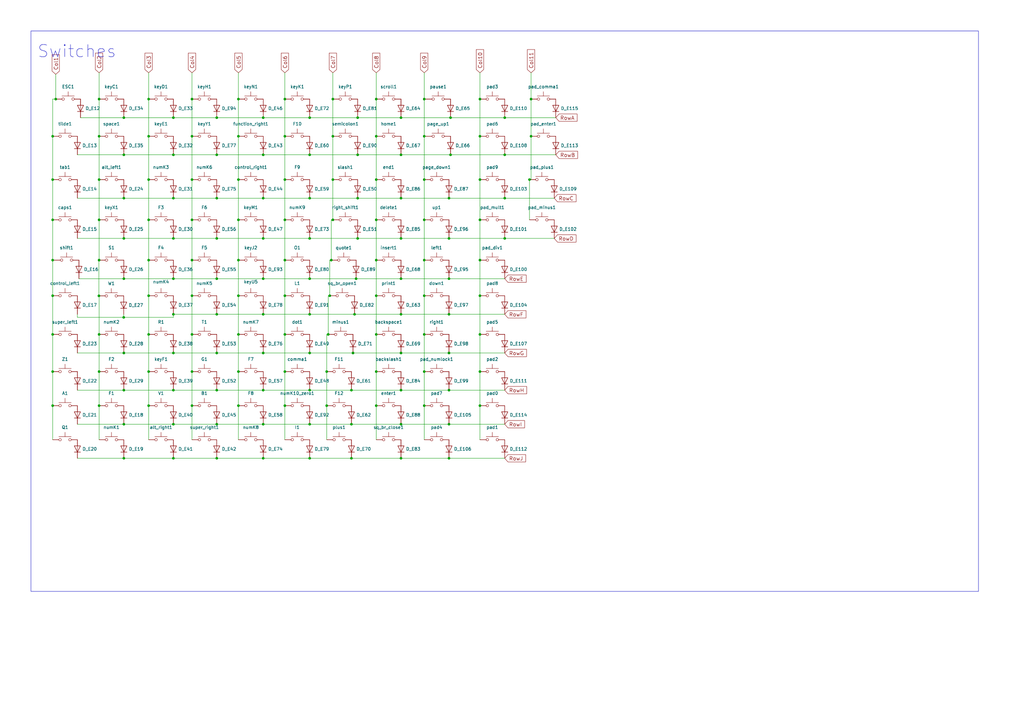
<source format=kicad_sch>
(kicad_sch (version 20230121) (generator eeschema)
  (paper "A3")
  (junction (at 107.95 81.28))
  (junction (at 184.15 128.905))
  (junction (at 50.7304 130.175))
  (junction (at 88.9 114.3))
  (junction (at 173.99 152.4))
  (junction (at 71.12 97.79))
  (junction (at 88.9 97.79))
  (junction (at 21.59 106.68))
  (junction (at 88.9 63.5))
  (junction (at 107.95 160.02))
  (junction (at 40.64 166.37))
  (junction (at 144.145 160.02))
  (junction (at 144.145 173.99))
  (junction (at 78.74 40.64))
  (junction (at 71.12 81.28))
  (junction (at 133.985 166.37))
  (junction (at 97.79 90.17))
  (junction (at 217.805 55.88))
  (junction (at 116.84 40.64))
  (junction (at 184.15 173.99))
  (junction (at 164.465 97.79))
  (junction (at 116.84 90.17))
  (junction (at 196.85 40.64))
  (junction (at 50.8 48.26))
  (junction (at 40.64 55.88))
  (junction (at 196.85 73.66))
  (junction (at 107.95 114.3))
  (junction (at 60.96 73.66))
  (junction (at 21.59 166.37))
  (junction (at 154.305 106.68))
  (junction (at 184.15 187.96))
  (junction (at 107.95 48.26))
  (junction (at 146.685 63.5))
  (junction (at 71.12 63.5))
  (junction (at 173.99 55.88))
  (junction (at 173.99 73.66))
  (junction (at 78.74 55.88))
  (junction (at 88.9 48.26))
  (junction (at 60.96 55.88))
  (junction (at 184.785 48.26))
  (junction (at 107.95 97.79))
  (junction (at 196.85 90.17))
  (junction (at 127 48.26))
  (junction (at 97.79 121.285))
  (junction (at 154.305 40.64))
  (junction (at 173.99 40.64))
  (junction (at 40.64 73.66))
  (junction (at 134.62 137.16))
  (junction (at 107.95 144.78))
  (junction (at 21.59 73.66))
  (junction (at 184.15 97.79))
  (junction (at 217.17 73.66))
  (junction (at 40.64 137.16))
  (junction (at 154.305 137.16))
  (junction (at 88.9 187.96))
  (junction (at 116.84 137.16))
  (junction (at 136.525 90.17))
  (junction (at 154.305 55.88))
  (junction (at 60.96 106.68))
  (junction (at 146.685 81.28))
  (junction (at 184.15 144.78))
  (junction (at 164.465 63.5))
  (junction (at 40.64 40.64))
  (junction (at 88.9 173.99))
  (junction (at 97.79 73.66))
  (junction (at 135.89 106.68))
  (junction (at 173.99 121.285))
  (junction (at 207.01 81.28))
  (junction (at 60.96 121.285))
  (junction (at 50.8 81.28))
  (junction (at 60.96 137.16))
  (junction (at 173.99 90.17))
  (junction (at 154.305 166.37))
  (junction (at 78.74 137.16))
  (junction (at 144.78 144.78))
  (junction (at 136.525 40.64))
  (junction (at 154.305 121.285))
  (junction (at 127 97.79))
  (junction (at 207.01 97.79))
  (junction (at 71.12 160.02))
  (junction (at 164.465 114.3))
  (junction (at 50.8 144.78))
  (junction (at 164.465 128.905))
  (junction (at 164.465 160.02))
  (junction (at 78.74 73.66))
  (junction (at 217.805 40.64))
  (junction (at 78.74 106.68))
  (junction (at 97.79 55.88))
  (junction (at 184.15 160.02))
  (junction (at 116.84 166.37))
  (junction (at 196.85 55.88))
  (junction (at 21.59 121.285))
  (junction (at 78.74 166.37))
  (junction (at 21.59 152.4))
  (junction (at 127 63.5))
  (junction (at 71.12 144.78))
  (junction (at 97.79 137.16))
  (junction (at 127 81.28))
  (junction (at 40.5704 121.3352))
  (junction (at 116.84 121.285))
  (junction (at 22.86 40.64))
  (junction (at 136.525 55.88))
  (junction (at 60.96 90.17))
  (junction (at 50.8 173.99))
  (junction (at 50.8 97.79))
  (junction (at 164.465 187.96))
  (junction (at 40.64 152.4))
  (junction (at 78.74 152.4))
  (junction (at 173.99 137.16))
  (junction (at 60.96 166.37))
  (junction (at 135.255 121.285))
  (junction (at 88.9 81.28))
  (junction (at 196.85 121.285))
  (junction (at 207.01 63.5))
  (junction (at 127 187.96))
  (junction (at 184.15 81.28))
  (junction (at 127 114.3))
  (junction (at 21.59 55.88))
  (junction (at 173.99 106.68))
  (junction (at 107.95 63.5))
  (junction (at 184.785 63.5))
  (junction (at 145.415 128.905))
  (junction (at 116.84 55.88))
  (junction (at 154.305 73.66))
  (junction (at 60.96 40.64))
  (junction (at 97.79 106.68))
  (junction (at 40.64 106.68))
  (junction (at 97.79 40.64))
  (junction (at 71.12 173.99))
  (junction (at 21.59 90.17))
  (junction (at 164.465 81.28))
  (junction (at 164.465 144.78))
  (junction (at 133.985 152.4))
  (junction (at 50.8 63.5))
  (junction (at 88.9 144.78))
  (junction (at 146.685 48.26))
  (junction (at 50.8 187.96))
  (junction (at 146.05 114.3))
  (junction (at 71.12 128.905))
  (junction (at 196.85 152.4))
  (junction (at 78.74 90.17))
  (junction (at 21.59 137.16))
  (junction (at 116.84 106.68))
  (junction (at 144.145 187.96))
  (junction (at 127 160.02))
  (junction (at 97.79 152.4))
  (junction (at 127 144.78))
  (junction (at 164.465 48.26))
  (junction (at 196.85 166.37))
  (junction (at 207.01 48.26))
  (junction (at 196.85 106.68))
  (junction (at 136.525 73.66))
  (junction (at 40.64 90.17))
  (junction (at 146.685 97.79))
  (junction (at 107.95 173.99))
  (junction (at 50.8 114.3))
  (junction (at 127 128.905))
  (junction (at 107.95 187.96))
  (junction (at 88.9 160.02))
  (junction (at 71.12 114.3))
  (junction (at 127 173.99))
  (junction (at 78.74 121.285))
  (junction (at 71.12 48.26))
  (junction (at 60.96 152.4))
  (junction (at 88.9 128.905))
  (junction (at 164.465 173.99))
  (junction (at 97.79 166.37))
  (junction (at 173.99 166.37))
  (junction (at 154.305 90.17))
  (junction (at 116.84 152.4))
  (junction (at 71.12 187.96))
  (junction (at 184.15 114.3))
  (junction (at 107.95 128.905))
  (junction (at 154.305 152.4))
  (junction (at 50.8 160.02))
  (junction (at 196.85 137.16))
  (junction (at 116.84 73.66))
  (wire (pts (xy 40.64 166.37) (xy 40.64 180.34)))
  (wire (pts (xy 60.96 152.4) (xy 60.96 166.37)))
  (wire (pts (xy 21.59 106.68) (xy 21.59 121.285)))
  (wire (pts (xy 50.8 48.26) (xy 71.12 48.26)))
  (wire (pts (xy 78.74 90.17) (xy 78.74 106.68)))
  (wire (pts (xy 40.64 55.88) (xy 40.64 73.66)))
  (wire (pts (xy 22.86 30.48) (xy 22.86 40.64)))
  (wire (pts (xy 21.59 137.16) (xy 21.59 152.4)))
  (wire (pts (xy 145.415 128.905) (xy 164.465 128.905)))
  (wire (pts (xy 154.305 29.845) (xy 154.305 40.64)))
  (wire (pts (xy 146.685 97.79) (xy 164.465 97.79)))
  (wire (pts (xy 116.84 137.16) (xy 116.84 152.4)))
  (wire (pts (xy 71.12 63.5) (xy 88.9 63.5)))
  (wire (pts (xy 40.64 137.16) (xy 40.64 152.4)))
  (wire (pts (xy 116.84 166.37) (xy 116.84 180.34)))
  (wire (pts (xy 196.85 73.66) (xy 196.85 90.17)))
  (wire (pts (xy 116.84 106.68) (xy 116.84 121.285)))
  (wire (pts (xy 78.74 73.66) (xy 78.74 90.17)))
  (wire (pts (xy 173.99 106.68) (xy 173.99 90.17)))
  (wire (pts (xy 217.805 55.88) (xy 217.805 73.66)))
  (wire (pts (xy 60.96 137.16) (xy 60.96 152.4)))
  (wire (pts (xy 40.5704 106.68) (xy 40.64 106.68)))
  (wire (pts (xy 97.79 55.88) (xy 97.79 73.66)))
  (wire (pts (xy 173.99 152.4) (xy 173.99 137.16)))
  (wire (pts (xy 184.15 97.79) (xy 207.01 97.79)))
  (wire (pts (xy 21.59 152.4) (xy 21.59 166.37)))
  (wire (pts (xy 196.85 55.88) (xy 196.85 73.66)))
  (wire (pts (xy 88.9 160.02) (xy 107.95 160.02)))
  (wire (pts (xy 196.85 152.4) (xy 196.85 166.37)))
  (wire (pts (xy 164.465 144.78) (xy 184.15 144.78)))
  (wire (pts (xy 146.685 63.5) (xy 164.465 63.5)))
  (wire (pts (xy 184.15 160.02) (xy 207.01 160.02)))
  (wire (pts (xy 71.12 128.905) (xy 88.9 128.905)))
  (wire (pts (xy 135.89 90.17) (xy 136.525 90.17)))
  (wire (pts (xy 71.12 81.28) (xy 88.9 81.28)))
  (wire (pts (xy 71.12 173.99) (xy 88.9 173.99)))
  (wire (pts (xy 97.79 137.16) (xy 97.79 152.4)))
  (wire (pts (xy 21.59 73.66) (xy 21.59 90.17)))
  (wire (pts (xy 173.99 137.16) (xy 173.99 121.285)))
  (wire (pts (xy 127 160.02) (xy 144.145 160.02)))
  (wire (pts (xy 40.64 152.4) (xy 40.64 166.37)))
  (wire (pts (xy 154.305 106.68) (xy 154.305 121.285)))
  (wire (pts (xy 116.84 73.66) (xy 116.84 90.17)))
  (wire (pts (xy 60.96 73.66) (xy 60.96 90.17)))
  (wire (pts (xy 88.9 63.5) (xy 107.95 63.5)))
  (wire (pts (xy 217.17 73.66) (xy 217.17 90.17)))
  (wire (pts (xy 196.85 29.845) (xy 196.85 40.64)))
  (wire (pts (xy 136.525 55.88) (xy 136.525 73.66)))
  (wire (pts (xy 71.12 187.96) (xy 88.9 187.96)))
  (wire (pts (xy 173.99 40.64) (xy 174.625 40.64)))
  (wire (pts (xy 50.7304 128.9751) (xy 50.7304 130.175)))
  (wire (pts (xy 97.79 121.285) (xy 97.79 137.16)))
  (wire (pts (xy 97.79 73.66) (xy 97.79 90.17)))
  (wire (pts (xy 32.385 114.3) (xy 50.8 114.3)))
  (wire (pts (xy 31.75 63.5) (xy 50.8 63.5)))
  (wire (pts (xy 127 128.905) (xy 145.415 128.905)))
  (wire (pts (xy 164.465 81.28) (xy 184.15 81.28)))
  (wire (pts (xy 136.525 40.64) (xy 136.525 55.88)))
  (wire (pts (xy 60.96 55.88) (xy 60.96 73.66)))
  (wire (pts (xy 71.12 48.26) (xy 88.9 48.26)))
  (wire (pts (xy 107.95 128.905) (xy 127 128.905)))
  (wire (pts (xy 217.805 29.845) (xy 217.805 40.64)))
  (wire (pts (xy 50.8 144.78) (xy 71.12 144.78)))
  (wire (pts (xy 154.305 55.88) (xy 154.305 73.66)))
  (wire (pts (xy 135.255 106.68) (xy 135.89 106.68)))
  (wire (pts (xy 60.96 29.845) (xy 60.96 40.64)))
  (wire (pts (xy 144.78 144.78) (xy 164.465 144.78)))
  (wire (pts (xy 21.59 90.17) (xy 21.59 106.68)))
  (wire (pts (xy 71.12 144.78) (xy 88.9 144.78)))
  (wire (pts (xy 173.99 29.845) (xy 173.99 40.64)))
  (wire (pts (xy 133.985 137.16) (xy 134.62 137.16)))
  (wire (pts (xy 40.64 40.64) (xy 40.64 55.88)))
  (wire (pts (xy 116.84 121.285) (xy 116.84 137.16)))
  (wire (pts (xy 50.8 160.02) (xy 71.12 160.02)))
  (wire (pts (xy 97.79 29.845) (xy 97.79 40.64)))
  (wire (pts (xy 154.305 166.37) (xy 154.305 180.34)))
  (wire (pts (xy 133.985 152.4) (xy 133.985 166.37)))
  (wire (pts (xy 146.685 48.26) (xy 164.465 48.26)))
  (wire (pts (xy 31.75 130.175) (xy 31.75 128.905)))
  (wire (pts (xy 196.85 137.16) (xy 196.85 152.4)))
  (wire (pts (xy 127 114.3) (xy 146.05 114.3)))
  (wire (pts (xy 31.75 130.175) (xy 50.7304 130.175)))
  (wire (pts (xy 97.79 166.37) (xy 97.79 180.34)))
  (wire (pts (xy 50.8 81.28) (xy 71.12 81.28)))
  (wire (pts (xy 60.96 166.37) (xy 60.96 180.34)))
  (wire (pts (xy 207.01 63.5) (xy 227.965 63.5)))
  (wire (pts (xy 164.465 187.96) (xy 184.15 187.96)))
  (wire (pts (xy 40.64 29.845) (xy 40.64 40.64)))
  (wire (pts (xy 127 97.79) (xy 146.685 97.79)))
  (wire (pts (xy 60.96 121.285) (xy 60.96 137.16)))
  (wire (pts (xy 88.9 187.96) (xy 107.95 187.96)))
  (wire (pts (xy 50.8 63.5) (xy 71.12 63.5)))
  (wire (pts (xy 40.5704 121.3551) (xy 40.5704 121.3352)))
  (wire (pts (xy 107.95 160.02) (xy 127 160.02)))
  (wire (pts (xy 146.05 114.3) (xy 164.465 114.3)))
  (wire (pts (xy 184.15 173.99) (xy 207.01 173.99)))
  (wire (pts (xy 60.96 106.68) (xy 60.96 121.285)))
  (wire (pts (xy 116.84 90.17) (xy 116.84 106.68)))
  (wire (pts (xy 184.15 81.28) (xy 207.01 81.28)))
  (wire (pts (xy 217.805 40.64) (xy 217.805 55.88)))
  (wire (pts (xy 88.9 97.79) (xy 107.95 97.79)))
  (wire (pts (xy 116.84 152.4) (xy 116.84 166.37)))
  (wire (pts (xy 21.59 55.88) (xy 21.59 40.64)))
  (wire (pts (xy 97.79 106.68) (xy 97.79 121.285)))
  (wire (pts (xy 107.95 144.78) (xy 127 144.78)))
  (wire (pts (xy 144.145 187.96) (xy 164.465 187.96)))
  (wire (pts (xy 196.85 166.37) (xy 196.85 180.34)))
  (wire (pts (xy 184.15 187.96) (xy 207.01 187.96)))
  (wire (pts (xy 127 173.99) (xy 144.145 173.99)))
  (wire (pts (xy 173.99 121.285) (xy 173.99 106.68)))
  (wire (pts (xy 97.79 90.17) (xy 97.79 106.68)))
  (wire (pts (xy 107.95 97.79) (xy 127 97.79)))
  (wire (pts (xy 97.79 40.64) (xy 97.79 55.88)))
  (wire (pts (xy 88.9 114.3) (xy 107.95 114.3)))
  (wire (pts (xy 71.12 97.79) (xy 88.9 97.79)))
  (wire (pts (xy 60.96 90.17) (xy 60.96 106.68)))
  (wire (pts (xy 78.74 137.16) (xy 78.74 152.4)))
  (wire (pts (xy 154.305 40.64) (xy 154.305 55.88)))
  (wire (pts (xy 164.465 173.99) (xy 184.15 173.99)))
  (wire (pts (xy 50.8 173.99) (xy 71.12 173.99)))
  (wire (pts (xy 164.465 97.79) (xy 184.15 97.79)))
  (wire (pts (xy 107.95 187.96) (xy 127 187.96)))
  (wire (pts (xy 78.74 55.88) (xy 78.74 73.66)))
  (wire (pts (xy 207.01 48.26) (xy 227.965 48.26)))
  (wire (pts (xy 196.85 90.17) (xy 196.85 106.68)))
  (wire (pts (xy 144.145 160.02) (xy 164.465 160.02)))
  (wire (pts (xy 154.305 90.17) (xy 154.305 106.68)))
  (wire (pts (xy 78.74 29.845) (xy 78.74 40.64)))
  (wire (pts (xy 31.75 144.78) (xy 50.8 144.78)))
  (wire (pts (xy 164.465 114.3) (xy 184.15 114.3)))
  (wire (pts (xy 154.305 152.4) (xy 154.305 166.37)))
  (wire (pts (xy 184.785 48.26) (xy 207.01 48.26)))
  (wire (pts (xy 78.74 121.285) (xy 78.74 137.16)))
  (wire (pts (xy 144.145 173.99) (xy 164.465 173.99)))
  (wire (pts (xy 78.74 40.64) (xy 78.74 55.88)))
  (wire (pts (xy 97.79 152.4) (xy 97.79 166.37)))
  (wire (pts (xy 40.64 121.3352) (xy 40.5704 121.3352)))
  (wire (pts (xy 154.305 121.285) (xy 154.305 137.16)))
  (wire (pts (xy 21.59 166.37) (xy 21.59 180.34)))
  (wire (pts (xy 21.59 40.64) (xy 22.86 40.64)))
  (wire (pts (xy 50.7304 130.175) (xy 71.12 130.175)))
  (wire (pts (xy 50.8 97.79) (xy 71.12 97.79)))
  (wire (pts (xy 164.465 48.26) (xy 184.785 48.26)))
  (wire (pts (xy 21.59 106.68) (xy 22.225 106.68)))
  (wire (pts (xy 31.75 81.28) (xy 50.8 81.28)))
  (wire (pts (xy 107.95 81.28) (xy 127 81.28)))
  (wire (pts (xy 40.64 121.3352) (xy 40.64 137.16)))
  (wire (pts (xy 71.12 130.175) (xy 71.12 128.905)))
  (wire (pts (xy 154.305 73.66) (xy 154.305 90.17)))
  (wire (pts (xy 116.84 40.64) (xy 116.84 55.88)))
  (wire (pts (xy 50.8 114.3) (xy 71.12 114.3)))
  (wire (pts (xy 21.59 121.285) (xy 21.59 137.16)))
  (wire (pts (xy 164.465 63.5) (xy 184.785 63.5)))
  (wire (pts (xy 184.15 128.905) (xy 207.01 128.905)))
  (wire (pts (xy 154.305 137.16) (xy 154.305 152.4)))
  (wire (pts (xy 107.95 173.99) (xy 127 173.99)))
  (wire (pts (xy 60.96 40.64) (xy 60.96 55.88)))
  (wire (pts (xy 88.9 173.99) (xy 107.95 173.99)))
  (wire (pts (xy 88.9 48.26) (xy 107.95 48.26)))
  (wire (pts (xy 127 144.78) (xy 144.78 144.78)))
  (wire (pts (xy 207.01 97.79) (xy 227.33 97.79)))
  (wire (pts (xy 88.9 144.78) (xy 107.95 144.78)))
  (wire (pts (xy 173.99 166.37) (xy 173.99 152.4)))
  (wire (pts (xy 78.74 152.4) (xy 78.74 166.37)))
  (wire (pts (xy 133.985 166.37) (xy 133.985 180.34)))
  (wire (pts (xy 196.85 121.285) (xy 196.85 137.16)))
  (wire (pts (xy 164.465 128.905) (xy 184.15 128.905)))
  (wire (pts (xy 107.95 114.3) (xy 127 114.3)))
  (wire (pts (xy 107.95 63.5) (xy 127 63.5)))
  (wire (pts (xy 207.01 81.28) (xy 227.33 81.28)))
  (wire (pts (xy 135.89 106.68) (xy 135.89 90.17)))
  (wire (pts (xy 31.75 97.79) (xy 50.8 97.79)))
  (wire (pts (xy 184.15 144.78) (xy 207.01 144.78)))
  (wire (pts (xy 173.99 55.88) (xy 173.99 40.64)))
  (wire (pts (xy 146.685 81.28) (xy 164.465 81.28)))
  (wire (pts (xy 217.805 73.66) (xy 217.17 73.66)))
  (wire (pts (xy 71.12 114.3) (xy 88.9 114.3)))
  (wire (pts (xy 50.8 187.96) (xy 71.12 187.96)))
  (wire (pts (xy 184.785 63.5) (xy 207.01 63.5)))
  (wire (pts (xy 116.84 29.845) (xy 116.84 40.64)))
  (wire (pts (xy 40.64 73.66) (xy 40.64 90.17)))
  (wire (pts (xy 116.84 55.88) (xy 116.84 73.66)))
  (wire (pts (xy 78.74 106.68) (xy 78.74 121.285)))
  (wire (pts (xy 134.62 137.16) (xy 134.62 121.285)))
  (wire (pts (xy 88.9 128.905) (xy 107.95 128.905)))
  (wire (pts (xy 133.985 152.4) (xy 133.985 137.16)))
  (wire (pts (xy 31.75 173.99) (xy 50.8 173.99)))
  (wire (pts (xy 196.85 40.64) (xy 196.85 55.88)))
  (wire (pts (xy 78.74 166.37) (xy 78.74 180.34)))
  (wire (pts (xy 136.525 29.845) (xy 136.525 40.64)))
  (wire (pts (xy 127 187.96) (xy 144.145 187.96)))
  (wire (pts (xy 164.465 160.02) (xy 184.15 160.02)))
  (wire (pts (xy 71.12 160.02) (xy 88.9 160.02)))
  (wire (pts (xy 135.255 121.285) (xy 135.255 106.68)))
  (wire (pts (xy 196.85 106.68) (xy 196.85 121.285)))
  (wire (pts (xy 173.99 90.17) (xy 173.99 73.66)))
  (wire (pts (xy 173.99 73.66) (xy 173.99 55.88)))
  (wire (pts (xy 127 63.5) (xy 146.685 63.5)))
  (wire (pts (xy 107.95 48.26) (xy 127 48.26)))
  (wire (pts (xy 31.75 187.96) (xy 50.8 187.96)))
  (wire (pts (xy 21.59 55.88) (xy 21.59 73.66)))
  (wire (pts (xy 33.02 48.26) (xy 50.8 48.26)))
  (wire (pts (xy 40.5704 121.3352) (xy 40.5704 106.68)))
  (wire (pts (xy 31.75 160.02) (xy 50.8 160.02)))
  (wire (pts (xy 184.15 114.3) (xy 207.01 114.3)))
  (wire (pts (xy 173.99 55.88) (xy 174.625 55.88)))
  (wire (pts (xy 127 48.26) (xy 146.685 48.26)))
  (wire (pts (xy 88.9 81.28) (xy 107.95 81.28)))
  (wire (pts (xy 40.64 90.17) (xy 40.64 106.68)))
  (wire (pts (xy 127 81.28) (xy 146.685 81.28)))
  (wire (pts (xy 134.62 121.285) (xy 135.255 121.285)))
  (wire (pts (xy 136.525 73.66) (xy 136.525 90.17)))
  (wire (pts (xy 173.99 180.34) (xy 173.99 166.37)))
  (rectangle (start 12.7 12.7) (end 401.32 242.57))
  (text "Switches" (at 15.24 24.13 0) (effects (font (size 5 5)) (justify left bottom)))
  (global_label "RowE" (shape input) (at 207.01 114.3 0) (effects (font (size 1.524 1.524))) (property "Intersheetrefs" "${INTERSHEET_REFS}" (effects hide)))
  (global_label "RowF" (shape input) (at 207.01 128.905 0) (effects (font (size 1.524 1.524))) (property "Intersheetrefs" "${INTERSHEET_REFS}" (effects hide)))
  (global_label "RowH" (shape input) (at 207.01 160.02 0) (effects (font (size 1.524 1.524))) (property "Intersheetrefs" "${INTERSHEET_REFS}" (effects hide)))
  (global_label "RowB" (shape input) (at 227.965 63.5 0) (effects (font (size 1.524 1.524))) (property "Intersheetrefs" "${INTERSHEET_REFS}" (effects hide)))
  (global_label "RowG" (shape input) (at 207.01 144.78 0) (effects (font (size 1.524 1.524))) (property "Intersheetrefs" "${INTERSHEET_REFS}" (effects hide)))
  (global_label "RowD" (shape input) (at 227.33 97.79 0) (effects (font (size 1.524 1.524))) (property "Intersheetrefs" "${INTERSHEET_REFS}" (effects hide)))
  (global_label "Col5" (shape input) (at 97.79 29.845 90) (effects (font (size 1.524 1.524))) (property "Intersheetrefs" "${INTERSHEET_REFS}" (effects hide)))
  (global_label "Col9" (shape input) (at 173.99 29.845 90) (effects (font (size 1.524 1.524))) (property "Intersheetrefs" "${INTERSHEET_REFS}" (effects hide)))
  (global_label "Col2" (shape input) (at 40.64 29.845 90) (effects (font (size 1.524 1.524))) (property "Intersheetrefs" "${INTERSHEET_REFS}" (effects hide)))
  (global_label "RowC" (shape input) (at 227.33 81.28 0) (effects (font (size 1.524 1.524))) (property "Intersheetrefs" "${INTERSHEET_REFS}" (effects hide)))
  (global_label "Col8" (shape input) (at 154.305 29.845 90) (effects (font (size 1.524 1.524))) (property "Intersheetrefs" "${INTERSHEET_REFS}" (effects hide)))
  (global_label "Col6" (shape input) (at 116.84 29.845 90) (effects (font (size 1.524 1.524))) (property "Intersheetrefs" "${INTERSHEET_REFS}" (effects hide)))
  (global_label "RowI" (shape input) (at 207.01 173.99 0) (effects (font (size 1.524 1.524))) (property "Intersheetrefs" "${INTERSHEET_REFS}" (effects hide)))
  (global_label "RowA" (shape input) (at 227.965 48.26 0) (effects (font (size 1.524 1.524))) (property "Intersheetrefs" "${INTERSHEET_REFS}" (effects hide)))
  (global_label "Col11" (shape input) (at 217.805 29.845 90) (effects (font (size 1.524 1.524))) (property "Intersheetrefs" "${INTERSHEET_REFS}" (effects hide)))
  (global_label "Col7" (shape input) (at 136.525 29.845 90) (effects (font (size 1.524 1.524))) (property "Intersheetrefs" "${INTERSHEET_REFS}" (effects hide)))
  (global_label "Col3" (shape input) (at 60.96 29.845 90) (effects (font (size 1.524 1.524))) (property "Intersheetrefs" "${INTERSHEET_REFS}" (effects hide)))
  (global_label "Col4" (shape input) (at 78.74 29.845 90) (effects (font (size 1.524 1.524))) (property "Intersheetrefs" "${INTERSHEET_REFS}" (effects hide)))
  (global_label "Col1" (shape input) (at 22.86 30.48 90) (effects (font (size 1.524 1.524))) (property "Intersheetrefs" "${INTERSHEET_REFS}" (effects hide)))
  (global_label "Col10" (shape input) (at 196.85 29.845 90) (effects (font (size 1.524 1.524))) (property "Intersheetrefs" "${INTERSHEET_REFS}" (effects hide)))
  (global_label "RowJ" (shape input) (at 207.01 187.96 0) (effects (font (size 1.524 1.524))) (property "Intersheetrefs" "${INTERSHEET_REFS}" (effects hide)))
  (symbol (lib_id "Switch:SW_Push") (at 201.93 40.64 0) (unit 1)
    (property "Reference" "pad3" (at 201.93 35.56 0))
    (property "Footprint" "Button_Switch_Keyboard:SW_Cherry_MX_1.00u_Plate" (effects hide))
  )
  (symbol (lib_id "bfo9000-rescue:D-device") (at 207.01 59.69 90) (unit 1)
    (property "Reference" "D_E108" (at 209.0166 59.69 90) (effects (justify right)))
    (property "Value" "D" (effects hide))
    (property "Footprint" "Diode_SMD:D_SOD-323F" (effects hide))
  )
  (symbol (lib_id "bfo9000-rescue:D-device") (at 50.8 140.97 90) (unit 1)
    (property "Reference" "D_E28" (at 52.8066 140.97 90) (effects (justify right)))
    (property "Value" "D" (effects hide))
    (property "Footprint" "Diode_SMD:D_SOD-323F" (effects hide))
  )
  (symbol (lib_id "bfo9000-rescue:D-device") (at 146.685 59.69 90) (unit 1)
    (property "Reference" "D_E90" (at 148.6916 59.69 90) (effects (justify right)))
    (property "Value" "D" (effects hide))
    (property "Footprint" "Diode_SMD:D_SOD-323F" (effects hide))
  )
  (symbol (lib_id "bfo9000-rescue:D-device") (at 184.15 184.15 90) (unit 1)
    (property "Reference" "D_E106" (at 186.1566 184.15 90) (effects (justify right)))
    (property "Value" "D" (effects hide))
    (property "Footprint" "Diode_SMD:D_SOD-323F" (effects hide))
  )
  (symbol (lib_id "bfo9000-rescue:D-device") (at 207.01 77.47 90) (unit 1)
    (property "Reference" "D_E103" (at 209.0166 77.47 90) (effects (justify right)))
    (property "Value" "D" (effects hide))
    (property "Footprint" "Diode_SMD:D_SOD-323F" (effects hide))
  )
  (symbol (lib_id "Switch:SW_Push") (at 83.82 55.88 0) (unit 1)
    (property "Reference" "keyY1" (at 83.82 50.8 0))
    (property "Footprint" "Button_Switch_Keyboard:SW_Cherry_MX_1.00u_Plate" (effects hide))
  )
  (symbol (lib_id "bfo9000-rescue:D-device") (at 164.465 44.45 90) (unit 1)
    (property "Reference" "D_E64" (at 166.4716 44.45 90) (effects (justify right)))
    (property "Value" "D" (effects hide))
    (property "Footprint" "Diode_SMD:D_SOD-323F" (effects hide))
  )
  (symbol (lib_id "Switch:SW_Push") (at 66.04 180.34 0) (unit 1)
    (property "Reference" "alt_right1" (at 66.04 175.26 0))
    (property "Footprint" "Button_Switch_Keyboard:SW_Cherry_MX_1.25u_Plate" (effects hide))
  )
  (symbol (lib_id "bfo9000-rescue:D-device") (at 207.01 156.21 90) (unit 1)
    (property "Reference" "D_E111" (at 209.0166 156.21 90) (effects (justify right)))
    (property "Value" "D" (effects hide))
    (property "Footprint" "Diode_SMD:D_SOD-323F" (effects hide))
  )
  (symbol (lib_id "Switch:SW_Push") (at 102.87 137.16 0) (unit 1)
    (property "Reference" "numK7" (at 102.87 132.08 0))
    (property "Footprint" "Button_Switch_Keyboard:SW_Cherry_MX_1.00u_Plate" (effects hide))
  )
  (symbol (lib_id "Switch:SW_Push") (at 66.04 40.64 0) (unit 1)
    (property "Reference" "keyD1" (at 66.04 35.56 0))
    (property "Footprint" "Button_Switch_Keyboard:SW_Cherry_MX_1.00u_Plate" (effects hide))
  )
  (symbol (lib_id "Switch:SW_Push") (at 121.92 73.66 0) (unit 1)
    (property "Reference" "F9" (at 121.92 68.58 0))
    (property "Footprint" "Button_Switch_Keyboard:SW_Cherry_MX_1.00u_Plate" (effects hide))
  )
  (symbol (lib_id "bfo9000-rescue:D-device") (at 107.95 77.47 90) (unit 1)
    (property "Reference" "D_E44" (at 109.9566 77.47 90) (effects (justify right)))
    (property "Value" "D" (effects hide))
    (property "Footprint" "Diode_SMD:D_SOD-323F" (effects hide))
  )
  (symbol (lib_id "Switch:SW_Push") (at 45.72 90.17 0) (unit 1)
    (property "Reference" "keyX1" (at 45.72 85.09 0))
    (property "Footprint" "Button_Switch_Keyboard:SW_Cherry_MX_1.00u_Plate" (effects hide))
  )
  (symbol (lib_id "bfo9000-rescue:D-device") (at 146.685 93.98 90) (unit 1)
    (property "Reference" "D_E51" (at 148.6916 93.98 90) (effects (justify right)))
    (property "Value" "D" (effects hide))
    (property "Footprint" "Diode_SMD:D_SOD-323F" (effects hide))
  )
  (symbol (lib_id "Switch:SW_Push") (at 102.87 152.4 0) (unit 1)
    (property "Reference" "F7" (at 102.87 147.32 0))
    (property "Footprint" "Button_Switch_Keyboard:SW_Cherry_MX_1.00u_Plate" (effects hide))
  )
  (symbol (lib_id "Switch:SW_Push") (at 159.385 121.285 0) (unit 1)
    (property "Reference" "print1" (at 159.385 116.205 0))
    (property "Footprint" "Button_Switch_Keyboard:SW_Cherry_MX_1.00u_Plate" (effects hide))
  )
  (symbol (lib_id "bfo9000-rescue:D-device") (at 164.465 110.49 90) (unit 1)
    (property "Reference" "D_E68" (at 166.4716 110.49 90) (effects (justify right)))
    (property "Value" "D" (effects hide))
    (property "Footprint" "Diode_SMD:D_SOD-323F" (effects hide))
  )
  (symbol (lib_id "Switch:SW_Push") (at 45.6504 121.3551 0) (unit 1)
    (property "Reference" "W1" (at 45.6504 116.2751 0))
    (property "Footprint" "Button_Switch_Keyboard:SW_Cherry_MX_1.00u_Plate" (effects hide))
  )
  (symbol (lib_id "bfo9000-rescue:D-device") (at 71.12 140.97 90) (unit 1)
    (property "Reference" "D_E38" (at 73.1266 140.97 90) (effects (justify right)))
    (property "Value" "D" (effects hide))
    (property "Footprint" "Diode_SMD:D_SOD-323F" (effects hide))
  )
  (symbol (lib_id "Switch:SW_Push") (at 139.7 137.16 0) (unit 1)
    (property "Reference" "minus1" (at 139.7 132.08 0))
    (property "Footprint" "Button_Switch_Keyboard:SW_Cherry_MX_1.00u_Plate" (effects hide))
  )
  (symbol (lib_id "bfo9000-rescue:D-device") (at 107.95 140.97 90) (unit 1)
    (property "Reference" "D_E76" (at 109.9566 140.97 90) (effects (justify right)))
    (property "Value" "D" (effects hide))
    (property "Footprint" "Diode_SMD:D_SOD-323F" (effects hide))
  )
  (symbol (lib_id "Switch:SW_Push") (at 83.82 152.4 0) (unit 1)
    (property "Reference" "G1" (at 83.82 147.32 0))
    (property "Footprint" "Button_Switch_Keyboard:SW_Cherry_MX_1.00u_Plate" (effects hide))
  )
  (symbol (lib_id "Switch:SW_Push") (at 179.705 40.64 0) (unit 1)
    (property "Reference" "pause1" (at 179.705 35.56 0))
    (property "Footprint" "Button_Switch_Keyboard:SW_Cherry_MX_1.00u_Plate" (effects hide))
  )
  (symbol (lib_id "Switch:SW_Push") (at 201.93 137.16 0) (unit 1)
    (property "Reference" "pad5" (at 201.93 132.08 0))
    (property "Footprint" "Button_Switch_Keyboard:SW_Cherry_MX_1.00u_Plate" (effects hide))
  )
  (symbol (lib_id "bfo9000-rescue:D-device") (at 107.95 184.15 90) (unit 1)
    (property "Reference" "D_E74" (at 109.9566 184.15 90) (effects (justify right)))
    (property "Value" "D" (effects hide))
    (property "Footprint" "Diode_SMD:D_SOD-323F" (effects hide))
  )
  (symbol (lib_id "bfo9000-rescue:D-device") (at 144.145 170.18 90) (unit 1)
    (property "Reference" "D_E62" (at 146.1516 170.18 90) (effects (justify right)))
    (property "Value" "D" (effects hide))
    (property "Footprint" "Diode_SMD:D_SOD-323F" (effects hide))
  )
  (symbol (lib_id "Switch:SW_Push") (at 45.72 106.68 0) (unit 1)
    (property "Reference" "S1" (at 45.72 101.6 0))
    (property "Footprint" "Button_Switch_Keyboard:SW_Cherry_MX_1.00u_Plate" (effects hide))
  )
  (symbol (lib_id "Switch:SW_Push") (at 102.87 166.37 0) (unit 1)
    (property "Reference" "F8" (at 102.87 161.29 0))
    (property "Footprint" "Button_Switch_Keyboard:SW_Cherry_MX_1.00u_Plate" (effects hide))
  )
  (symbol (lib_id "Switch:SW_Push") (at 66.04 137.16 0) (unit 1)
    (property "Reference" "R1" (at 66.04 132.08 0))
    (property "Footprint" "Button_Switch_Keyboard:SW_Cherry_MX_1.00u_Plate" (effects hide))
  )
  (symbol (lib_id "bfo9000-rescue:D-device") (at 184.15 125.095 90) (unit 1)
    (property "Reference" "D_E97" (at 186.1566 125.095 90) (effects (justify right)))
    (property "Value" "D" (effects hide))
    (property "Footprint" "Diode_SMD:D_SOD-323F" (effects hide))
  )
  (symbol (lib_id "bfo9000-rescue:D-device") (at 107.95 59.69 90) (unit 1)
    (property "Reference" "D_E43" (at 109.9566 59.69 90) (effects (justify right)))
    (property "Value" "D" (effects hide))
    (property "Footprint" "Diode_SMD:D_SOD-323F" (effects hide))
  )
  (symbol (lib_id "bfo9000-rescue:D-device") (at 127 44.45 90) (unit 1)
    (property "Reference" "D_E72" (at 129.0066 44.45 90) (effects (justify right)))
    (property "Value" "D" (effects hide))
    (property "Footprint" "Diode_SMD:D_SOD-323F" (effects hide))
  )
  (symbol (lib_id "bfo9000-rescue:D-device") (at 71.12 170.18 90) (unit 1)
    (property "Reference" "D_E40" (at 73.1266 170.18 90) (effects (justify right)))
    (property "Value" "D" (effects hide))
    (property "Footprint" "Diode_SMD:D_SOD-323F" (effects hide))
  )
  (symbol (lib_id "Switch:SW_Push") (at 159.385 106.68 0) (unit 1)
    (property "Reference" "insert1" (at 159.385 101.6 0))
    (property "Footprint" "Button_Switch_Keyboard:SW_Cherry_MX_1.00u_Plate" (effects hide))
  )
  (symbol (lib_id "bfo9000-rescue:D-device") (at 127 77.47 90) (unit 1)
    (property "Reference" "D_E59" (at 129.0066 77.47 90) (effects (justify right)))
    (property "Value" "D" (effects hide))
    (property "Footprint" "Diode_SMD:D_SOD-323F" (effects hide))
  )
  (symbol (lib_id "Switch:SW_Push") (at 121.92 90.17 0) (unit 1)
    (property "Reference" "numK9" (at 121.92 85.09 0))
    (property "Footprint" "Button_Switch_Keyboard:SW_Cherry_MX_1.00u_Plate" (effects hide))
  )
  (symbol (lib_id "bfo9000-rescue:D-device") (at 184.15 170.18 90) (unit 1)
    (property "Reference" "D_E105" (at 186.1566 170.18 90) (effects (justify right)))
    (property "Value" "D" (effects hide))
    (property "Footprint" "Diode_SMD:D_SOD-323F" (effects hide))
  )
  (symbol (lib_id "Switch:SW_Push") (at 45.72 166.37 0) (unit 1)
    (property "Reference" "F1" (at 45.72 161.29 0))
    (property "Footprint" "Button_Switch_Keyboard:SW_Cherry_MX_1.00u_Plate" (effects hide))
  )
  (symbol (lib_id "Switch:SW_Push") (at 159.385 55.88 0) (unit 1)
    (property "Reference" "home1" (at 159.385 50.8 0))
    (property "Footprint" "Button_Switch_Keyboard:SW_Cherry_MX_1.00u_Plate" (effects hide))
  )
  (symbol (lib_id "Switch:SW_Push") (at 102.87 106.68 0) (unit 1)
    (property "Reference" "keyJ2" (at 102.87 101.6 0))
    (property "Footprint" "Button_Switch_Keyboard:SW_Cherry_MX_1.00u_Plate" (effects hide))
  )
  (symbol (lib_id "Switch:SW_Push") (at 179.07 152.4 0) (unit 1)
    (property "Reference" "pad_numlock1" (at 179.07 147.32 0))
    (property "Footprint" "Button_Switch_Keyboard:SW_Cherry_MX_1.00u_Plate" (effects hide))
  )
  (symbol (lib_id "Switch:SW_Push") (at 179.07 90.17 0) (unit 1)
    (property "Reference" "up1" (at 179.07 85.09 0))
    (property "Footprint" "Button_Switch_Keyboard:SW_Cherry_MX_1.00u_Plate" (effects hide))
  )
  (symbol (lib_id "bfo9000-rescue:D-device") (at 207.01 93.98 90) (unit 1)
    (property "Reference" "D_E101" (at 209.0166 93.98 90) (effects (justify right)))
    (property "Value" "D" (effects hide))
    (property "Footprint" "Diode_SMD:D_SOD-323F" (effects hide))
  )
  (symbol (lib_id "bfo9000-rescue:D-device") (at 164.465 156.21 90) (unit 1)
    (property "Reference" "D_E84" (at 166.4716 156.21 90) (effects (justify right)))
    (property "Value" "D" (effects hide))
    (property "Footprint" "Diode_SMD:D_SOD-323F" (effects hide))
  )
  (symbol (lib_id "Switch:SW_Push") (at 159.385 137.16 0) (unit 1)
    (property "Reference" "backspace1" (at 159.385 132.08 0))
    (property "Footprint" "Button_Switch_Keyboard:SW_Cherry_MX_2.00u_Plate" (effects hide))
  )
  (symbol (lib_id "bfo9000-rescue:D-device") (at 145.415 125.095 90) (unit 1)
    (property "Reference" "D_E82" (at 147.4216 125.095 90) (effects (justify right)))
    (property "Value" "D" (effects hide))
    (property "Footprint" "Diode_SMD:D_SOD-323F" (effects hide))
  )
  (symbol (lib_id "bfo9000-rescue:D-device") (at 227.33 93.98 90) (unit 1)
    (property "Reference" "D_E102" (at 229.3366 93.98 90) (effects (justify right)))
    (property "Value" "D" (effects hide))
    (property "Footprint" "Diode_SMD:D_SOD-323F" (effects hide))
  )
  (symbol (lib_id "bfo9000-rescue:D-device") (at 127 170.18 90) (unit 1)
    (property "Reference" "D_E92" (at 129.0066 170.18 90) (effects (justify right)))
    (property "Value" "D" (effects hide))
    (property "Footprint" "Diode_SMD:D_SOD-323F" (effects hide))
  )
  (symbol (lib_id "Switch:SW_Push") (at 66.04 73.66 0) (unit 1)
    (property "Reference" "numK3" (at 66.04 68.58 0))
    (property "Footprint" "Button_Switch_Keyboard:SW_Cherry_MX_1.00u_Plate" (effects hide))
  )
  (symbol (lib_id "bfo9000-rescue:D-device") (at 207.01 110.49 90) (unit 1)
    (property "Reference" "D_E100" (at 209.0166 110.49 90) (effects (justify right)))
    (property "Value" "D" (effects hide))
    (property "Footprint" "Diode_SMD:D_SOD-323F" (effects hide))
  )
  (symbol (lib_id "bfo9000-rescue:D-device") (at 146.685 77.47 90) (unit 1)
    (property "Reference" "D_E50" (at 148.6916 77.47 90) (effects (justify right)))
    (property "Value" "D" (effects hide))
    (property "Footprint" "Diode_SMD:D_SOD-323F" (effects hide))
  )
  (symbol (lib_id "bfo9000-rescue:D-device") (at 71.12 77.47 90) (unit 1)
    (property "Reference" "D_E31" (at 73.1266 77.47 90) (effects (justify right)))
    (property "Value" "D" (effects hide))
    (property "Footprint" "Diode_SMD:D_SOD-323F" (effects hide))
  )
  (symbol (lib_id "bfo9000-rescue:D-device") (at 31.75 125.095 90) (unit 1)
    (property "Reference" "D_E17" (at 33.7566 125.095 90) (effects (justify right)))
    (property "Value" "D" (effects hide))
    (property "Footprint" "Diode_SMD:D_SOD-323F" (effects hide))
  )
  (symbol (lib_id "bfo9000-rescue:D-device") (at 88.9 77.47 90) (unit 1)
    (property "Reference" "D_E75" (at 90.9066 77.47 90) (effects (justify right)))
    (property "Value" "D" (effects hide))
    (property "Footprint" "Diode_SMD:D_SOD-323F" (effects hide))
  )
  (symbol (lib_id "bfo9000-rescue:D-device") (at 146.685 44.45 90) (unit 1)
    (property "Reference" "D_E81" (at 148.6916 44.45 90) (effects (justify right)))
    (property "Value" "D" (effects hide))
    (property "Footprint" "Diode_SMD:D_SOD-323F" (effects hide))
  )
  (symbol (lib_id "Switch:SW_Push") (at 45.72 180.34 0) (unit 1)
    (property "Reference" "numK1" (at 45.72 175.26 0))
    (property "Footprint" "Button_Switch_Keyboard:SW_Cherry_MX_1.00u_Plate" (effects hide))
  )
  (symbol (lib_id "bfo9000-rescue:D-device") (at 31.75 140.97 90) (unit 1)
    (property "Reference" "D_E23" (at 33.7566 140.97 90) (effects (justify right)))
    (property "Value" "D" (effects hide))
    (property "Footprint" "Diode_SMD:D_SOD-323F" (effects hide))
  )
  (symbol (lib_id "Switch:SW_Push") (at 139.065 166.37 0) (unit 1)
    (property "Reference" "F12" (at 139.065 161.29 0))
    (property "Footprint" "Button_Switch_Keyboard:SW_Cherry_MX_1.00u_Plate" (effects hide))
  )
  (symbol (lib_id "bfo9000-rescue:D-device") (at 164.465 59.69 90) (unit 1)
    (property "Reference" "D_E67" (at 166.4716 59.69 90) (effects (justify right)))
    (property "Value" "D" (effects hide))
    (property "Footprint" "Diode_SMD:D_SOD-323F" (effects hide))
  )
  (symbol (lib_id "bfo9000-rescue:D-device") (at 50.8 184.15 90) (unit 1)
    (property "Reference" "D_E19" (at 52.8066 184.15 90) (effects (justify right)))
    (property "Value" "D" (effects hide))
    (property "Footprint" "Diode_SMD:D_SOD-323F" (effects hide))
  )
  (symbol (lib_id "Switch:SW_Push") (at 26.67 137.16 0) (unit 1)
    (property "Reference" "super_left1" (at 26.67 132.08 0))
    (property "Footprint" "Button_Switch_Keyboard:SW_Cherry_MX_1.25u_Plate" (effects hide))
  )
  (symbol (lib_id "Switch:SW_Push") (at 26.67 166.37 0) (unit 1)
    (property "Reference" "A1" (at 26.67 161.29 0))
    (property "Footprint" "Button_Switch_Keyboard:SW_Cherry_MX_1.00u_Plate" (effects hide))
  )
  (symbol (lib_id "Switch:SW_Push") (at 102.87 180.34 0) (unit 1)
    (property "Reference" "numK8" (at 102.87 175.26 0))
    (property "Footprint" "Button_Switch_Keyboard:SW_Cherry_MX_1.00u_Plate" (effects hide))
  )
  (symbol (lib_id "bfo9000-rescue:D-device") (at 144.78 140.97 90) (unit 1)
    (property "Reference" "D_E71" (at 146.7866 140.97 90) (effects (justify right)))
    (property "Value" "D" (effects hide))
    (property "Footprint" "Diode_SMD:D_SOD-323F" (effects hide))
  )
  (symbol (lib_id "Switch:SW_Push") (at 141.605 55.88 0) (unit 1)
    (property "Reference" "semicolon1" (at 141.605 50.8 0))
    (property "Footprint" "Button_Switch_Keyboard:SW_Cherry_MX_1.00u_Plate" (effects hide))
  )
  (symbol (lib_id "Switch:SW_Push") (at 45.72 73.66 0) (unit 1)
    (property "Reference" "alt_left1" (at 45.72 68.58 0))
    (property "Footprint" "Button_Switch_Keyboard:SW_Cherry_MX_1.25u_Plate" (effects hide))
  )
  (symbol (lib_id "bfo9000-rescue:D-device") (at 88.9 184.15 90) (unit 1)
    (property "Reference" "D_E42" (at 90.9066 184.15 90) (effects (justify right)))
    (property "Value" "D" (effects hide))
    (property "Footprint" "Diode_SMD:D_SOD-323F" (effects hide))
  )
  (symbol (lib_id "bfo9000-rescue:D-device") (at 50.8 59.69 90) (unit 1)
    (property "Reference" "D_E35" (at 52.8066 59.69 90) (effects (justify right)))
    (property "Value" "D" (effects hide))
    (property "Footprint" "Diode_SMD:D_SOD-323F" (effects hide))
  )
  (symbol (lib_id "bfo9000-rescue:D-device") (at 164.465 125.095 90) (unit 1)
    (property "Reference" "D_E63" (at 166.4716 125.095 90) (effects (justify right)))
    (property "Value" "D" (effects hide))
    (property "Footprint" "Diode_SMD:D_SOD-323F" (effects hide))
  )
  (symbol (lib_id "Switch:SW_Push") (at 179.07 106.68 0) (unit 1)
    (property "Reference" "left1" (at 179.07 101.6 0))
    (property "Footprint" "Button_Switch_Keyboard:SW_Cherry_MX_1.00u_Plate" (effects hide))
  )
  (symbol (lib_id "bfo9000-rescue:D-device") (at 32.385 110.49 90) (unit 1)
    (property "Reference" "D_E16" (at 34.3916 110.49 90) (effects (justify right)))
    (property "Value" "D" (effects hide))
    (property "Footprint" "Diode_SMD:D_SOD-323F" (effects hide))
  )
  (symbol (lib_id "bfo9000-rescue:D-device") (at 50.8 93.98 90) (unit 1)
    (property "Reference" "D_E25" (at 52.8066 93.98 90) (effects (justify right)))
    (property "Value" "D" (effects hide))
    (property "Footprint" "Diode_SMD:D_SOD-323F" (effects hide))
  )
  (symbol (lib_id "Switch:SW_Push") (at 139.065 152.4 0) (unit 1)
    (property "Reference" "F11" (at 139.065 147.32 0))
    (property "Footprint" "Button_Switch_Keyboard:SW_Cherry_MX_1.00u_Plate" (effects hide))
  )
  (symbol (lib_id "bfo9000-rescue:D-device") (at 88.9 44.45 90) (unit 1)
    (property "Reference" "D_E94" (at 90.9066 44.45 90) (effects (justify right)))
    (property "Value" "D" (effects hide))
    (property "Footprint" "Diode_SMD:D_SOD-323F" (effects hide))
  )
  (symbol (lib_id "bfo9000-rescue:D-device") (at 127 93.98 90) (unit 1)
    (property "Reference" "D_E73" (at 129.0066 93.98 90) (effects (justify right)))
    (property "Value" "D" (effects hide))
    (property "Footprint" "Diode_SMD:D_SOD-323F" (effects hide))
  )
  (symbol (lib_id "Switch:SW_Push") (at 121.92 180.34 0) (unit 1)
    (property "Reference" "I1" (at 121.92 175.26 0))
    (property "Footprint" "Button_Switch_Keyboard:SW_Cherry_MX_1.00u_Plate" (effects hide))
  )
  (symbol (lib_id "Switch:SW_Push") (at 26.67 180.34 0) (unit 1)
    (property "Reference" "Q1" (at 26.67 175.26 0))
    (property "Footprint" "Button_Switch_Keyboard:SW_Cherry_MX_1.00u_Plate" (effects hide))
  )
  (symbol (lib_id "bfo9000-rescue:D-device") (at 184.15 93.98 90) (unit 1)
    (property "Reference" "D_E96" (at 186.1566 93.98 90) (effects (justify right)))
    (property "Value" "D" (effects hide))
    (property "Footprint" "Diode_SMD:D_SOD-323F" (effects hide))
  )
  (symbol (lib_id "Switch:SW_Push") (at 121.92 137.16 0) (unit 1)
    (property "Reference" "dot1" (at 121.92 132.08 0))
    (property "Footprint" "Button_Switch_Keyboard:SW_Cherry_MX_1.00u_Plate" (effects hide))
  )
  (symbol (lib_id "bfo9000-rescue:D-device") (at 127 110.49 90) (unit 1)
    (property "Reference" "D_E80" (at 129.0066 110.49 90) (effects (justify right)))
    (property "Value" "D" (effects hide))
    (property "Footprint" "Diode_SMD:D_SOD-323F" (effects hide))
  )
  (symbol (lib_id "bfo9000-rescue:D-device") (at 50.7304 125.1651 90) (unit 1)
    (property "Reference" "D_E27" (at 52.737 125.1651 90) (effects (justify right)))
    (property "Value" "D" (effects hide))
    (property "Footprint" "Diode_SMD:D_SOD-323F" (effects hide))
  )
  (symbol (lib_id "Switch:SW_Push") (at 83.82 90.17 0) (unit 1)
    (property "Reference" "F6" (at 83.82 85.09 0))
    (property "Footprint" "Button_Switch_Keyboard:SW_Cherry_MX_1.00u_Plate" (effects hide))
  )
  (symbol (lib_id "Switch:SW_Push") (at 159.385 40.64 0) (unit 1)
    (property "Reference" "scroll1" (at 159.385 35.56 0))
    (property "Footprint" "Button_Switch_Keyboard:SW_Cherry_MX_1.00u_Plate" (effects hide))
  )
  (symbol (lib_id "bfo9000-rescue:D-device") (at 127 140.97 90) (unit 1)
    (property "Reference" "D_E49" (at 129.0066 140.97 90) (effects (justify right)))
    (property "Value" "D" (effects hide))
    (property "Footprint" "Diode_SMD:D_SOD-323F" (effects hide))
  )
  (symbol (lib_id "Switch:SW_Push") (at 45.72 55.88 0) (unit 1)
    (property "Reference" "space1" (at 45.72 50.8 0))
    (property "Footprint" "Button_Switch_Keyboard:SW_Cherry_MX_6.25u_Plate" (effects hide))
  )
  (symbol (lib_id "Switch:SW_Push") (at 83.82 40.64 0) (unit 1)
    (property "Reference" "keyH1" (at 83.82 35.56 0))
    (property "Footprint" "Button_Switch_Keyboard:SW_Cherry_MX_1.00u_Plate" (effects hide))
  )
  (symbol (lib_id "Switch:SW_Push") (at 201.93 152.4 0) (unit 1)
    (property "Reference" "pad2" (at 201.93 147.32 0))
    (property "Footprint" "Button_Switch_Keyboard:SW_Cherry_MX_1.00u_Plate" (effects hide))
  )
  (symbol (lib_id "bfo9000-rescue:D-device") (at 127 59.69 90) (unit 1)
    (property "Reference" "D_E60" (at 129.0066 59.69 90) (effects (justify right)))
    (property "Value" "D" (effects hide))
    (property "Footprint" "Diode_SMD:D_SOD-323F" (effects hide))
  )
  (symbol (lib_id "bfo9000-rescue:D-device") (at 88.9 140.97 90) (unit 1)
    (property "Reference" "D_E53" (at 90.9066 140.97 90) (effects (justify right)))
    (property "Value" "D" (effects hide))
    (property "Footprint" "Diode_SMD:D_SOD-323F" (effects hide))
  )
  (symbol (lib_id "bfo9000-rescue:D-device") (at 50.8 77.47 90) (unit 1)
    (property "Reference" "D_E24" (at 52.8066 77.47 90) (effects (justify right)))
    (property "Value" "D" (effects hide))
    (property "Footprint" "Diode_SMD:D_SOD-323F" (effects hide))
  )
  (symbol (lib_id "bfo9000-rescue:D-device") (at 164.465 93.98 90) (unit 1)
    (property "Reference" "D_E85" (at 166.4716 93.98 90) (effects (justify right)))
    (property "Value" "D" (effects hide))
    (property "Footprint" "Diode_SMD:D_SOD-323F" (effects hide))
  )
  (symbol (lib_id "Switch:SW_Push") (at 201.93 180.34 0) (unit 1)
    (property "Reference" "pad1" (at 201.93 175.26 0))
    (property "Footprint" "Button_Switch_Keyboard:SW_Cherry_MX_1.00u_Plate" (effects hide))
  )
  (symbol (lib_id "bfo9000-rescue:D-device") (at 184.785 44.45 90) (unit 1)
    (property "Reference" "D_E65" (at 186.7916 44.45 90) (effects (justify right)))
    (property "Value" "D" (effects hide))
    (property "Footprint" "Diode_SMD:D_SOD-323F" (effects hide))
  )
  (symbol (lib_id "Switch:SW_Push") (at 222.25 90.17 0) (unit 1)
    (property "Reference" "pad_minus1" (at 222.25 85.09 0))
    (property "Footprint" "Button_Switch_Keyboard:SW_Cherry_MX_1.00u_Plate" (effects hide))
  )
  (symbol (lib_id "bfo9000-rescue:D-device") (at 107.95 93.98 90) (unit 1)
    (property "Reference" "D_E47" (at 109.9566 93.98 90) (effects (justify right)))
    (property "Value" "D" (effects hide))
    (property "Footprint" "Diode_SMD:D_SOD-323F" (effects hide))
  )
  (symbol (lib_id "bfo9000-rescue:D-device") (at 207.01 140.97 90) (unit 1)
    (property "Reference" "D_E107" (at 209.0166 140.97 90) (effects (justify right)))
    (property "Value" "D" (effects hide))
    (property "Footprint" "Diode_SMD:D_SOD-323F" (effects hide))
  )
  (symbol (lib_id "Switch:SW_Push") (at 66.04 166.37 0) (unit 1)
    (property "Reference" "V1" (at 66.04 161.29 0))
    (property "Footprint" "Button_Switch_Keyboard:SW_Cherry_MX_1.00u_Plate" (effects hide))
  )
  (symbol (lib_id "Switch:SW_Push") (at 121.92 106.68 0) (unit 1)
    (property "Reference" "O1" (at 121.92 101.6 0))
    (property "Footprint" "Button_Switch_Keyboard:SW_Cherry_MX_1.00u_Plate" (effects hide))
  )
  (symbol (lib_id "Switch:SW_Push") (at 45.72 40.64 0) (unit 1)
    (property "Reference" "keyC1" (at 45.72 35.56 0))
    (property "Footprint" "Button_Switch_Keyboard:SW_Cherry_MX_1.00u_Plate" (effects hide))
  )
  (symbol (lib_id "bfo9000-rescue:D-device") (at 127 125.095 90) (unit 1)
    (property "Reference" "D_E91" (at 129.0066 125.095 90) (effects (justify right)))
    (property "Value" "D" (effects hide))
    (property "Footprint" "Diode_SMD:D_SOD-323F" (effects hide))
  )
  (symbol (lib_id "Switch:SW_Push") (at 159.385 152.4 0) (unit 1)
    (property "Reference" "backslash1" (at 159.385 147.32 0))
    (property "Footprint" "Button_Switch_Keyboard:SW_Cherry_MX_1.50u_Plate" (effects hide))
  )
  (symbol (lib_id "Switch:SW_Push") (at 201.93 55.88 0) (unit 1)
    (property "Reference" "pad6" (at 201.93 50.8 0))
    (property "Footprint" "Button_Switch_Keyboard:SW_Cherry_MX_1.00u_Plate" (effects hide))
  )
  (symbol (lib_id "bfo9000-rescue:D-device") (at 207.01 125.095 90) (unit 1)
    (property "Reference" "D_E104" (at 209.0166 125.095 90) (effects (justify right)))
    (property "Value" "D" (effects hide))
    (property "Footprint" "Diode_SMD:D_SOD-323F" (effects hide))
  )
  (symbol (lib_id "Switch:SW_Push") (at 201.93 106.68 0) (unit 1)
    (property "Reference" "pad_div1" (at 201.93 101.6 0))
    (property "Footprint" "Button_Switch_Keyboard:SW_Cherry_MX_1.00u_Plate" (effects hide))
  )
  (symbol (lib_id "bfo9000-rescue:D-device") (at 71.12 110.49 90) (unit 1)
    (property "Reference" "D_E36" (at 73.1266 110.49 90) (effects (justify right)))
    (property "Value" "D" (effects hide))
    (property "Footprint" "Diode_SMD:D_SOD-323F" (effects hide))
  )
  (symbol (lib_id "bfo9000-rescue:D-device") (at 107.95 170.18 90) (unit 1)
    (property "Reference" "D_E58" (at 109.9566 170.18 90) (effects (justify right)))
    (property "Value" "D" (effects hide))
    (property "Footprint" "Diode_SMD:D_SOD-323F" (effects hide))
  )
  (symbol (lib_id "Switch:SW_Push") (at 179.07 121.285 0) (unit 1)
    (property "Reference" "down1" (at 179.07 116.205 0))
    (property "Footprint" "Button_Switch_Keyboard:SW_Cherry_MX_1.00u_Plate" (effects hide))
  )
  (symbol (lib_id "Switch:SW_Push") (at 140.335 121.285 0) (unit 1)
    (property "Reference" "sq_br_open1" (at 140.335 116.205 0))
    (property "Footprint" "Button_Switch_Keyboard:SW_Cherry_MX_1.00u_Plate" (effects hide))
  )
  (symbol (lib_id "bfo9000-rescue:D-device") (at 107.95 110.49 90) (unit 1)
    (property "Reference" "D_E93" (at 109.9566 110.49 90) (effects (justify right)))
    (property "Value" "D" (effects hide))
    (property "Footprint" "Diode_SMD:D_SOD-323F" (effects hide))
  )
  (symbol (lib_id "Switch:SW_Push") (at 159.385 73.66 0) (unit 1)
    (property "Reference" "end1" (at 159.385 68.58 0))
    (property "Footprint" "Button_Switch_Keyboard:SW_Cherry_MX_1.00u_Plate" (effects hide))
  )
  (symbol (lib_id "bfo9000-rescue:D-device") (at 71.12 184.15 90) (unit 1)
    (property "Reference" "D_E41" (at 73.1266 184.15 90) (effects (justify right)))
    (property "Value" "D" (effects hide))
    (property "Footprint" "Diode_SMD:D_SOD-323F" (effects hide))
  )
  (symbol (lib_id "Switch:SW_Push") (at 102.87 40.64 0) (unit 1)
    (property "Reference" "keyN1" (at 102.87 35.56 0))
    (property "Footprint" "Button_Switch_Keyboard:SW_Cherry_MX_1.00u_Plate" (effects hide))
  )
  (symbol (lib_id "bfo9000-rescue:D-device") (at 107.95 125.095 90) (unit 1)
    (property "Reference" "D_E78" (at 109.9566 125.095 90) (effects (justify right)))
    (property "Value" "D" (effects hide))
    (property "Footprint" "Diode_SMD:D_SOD-323F" (effects hide))
  )
  (symbol (lib_id "bfo9000-rescue:D-device") (at 107.95 156.21 90) (unit 1)
    (property "Reference" "D_E57" (at 109.9566 156.21 90) (effects (justify right)))
    (property "Value" "D" (effects hide))
    (property "Footprint" "Diode_SMD:D_SOD-323F" (effects hide))
  )
  (symbol (lib_id "Switch:SW_Push") (at 121.92 55.88 0) (unit 1)
    (property "Reference" "F10" (at 121.92 50.8 0))
    (property "Footprint" "Button_Switch_Keyboard:SW_Cherry_MX_1.00u_Plate" (effects hide))
  )
  (symbol (lib_id "Switch:SW_Push") (at 66.04 106.68 0) (unit 1)
    (property "Reference" "F4" (at 66.04 101.6 0))
    (property "Footprint" "Button_Switch_Keyboard:SW_Cherry_MX_1.00u_Plate" (effects hide))
  )
  (symbol (lib_id "bfo9000-rescue:D-device") (at 164.465 140.97 90) (unit 1)
    (property "Reference" "D_E69" (at 166.4716 140.97 90) (effects (justify right)))
    (property "Value" "D" (effects hide))
    (property "Footprint" "Diode_SMD:D_SOD-323F" (effects hide))
  )
  (symbol (lib_id "Switch:SW_Push") (at 140.97 106.68 0) (unit 1)
    (property "Reference" "quote1" (at 140.97 101.6 0))
    (property "Footprint" "Button_Switch_Keyboard:SW_Cherry_MX_1.00u_Plate" (effects hide))
  )
  (symbol (lib_id "bfo9000-rescue:D-device") (at 31.75 59.69 90) (unit 1)
    (property "Reference" "D_E13" (at 33.7566 59.69 90) (effects (justify right)))
    (property "Value" "D" (effects hide))
    (property "Footprint" "Diode_SMD:D_SOD-323F" (effects hide))
  )
  (symbol (lib_id "Switch:SW_Push") (at 83.82 73.66 0) (unit 1)
    (property "Reference" "numK6" (at 83.82 68.58 0))
    (property "Footprint" "Button_Switch_Keyboard:SW_Cherry_MX_1.00u_Plate" (effects hide))
  )
  (symbol (lib_id "Switch:SW_Push") (at 26.67 55.88 0) (unit 1)
    (property "Reference" "tilde1" (at 26.67 50.8 0))
    (property "Footprint" "Button_Switch_Keyboard:SW_Cherry_MX_1.00u_Plate" (effects hide))
  )
  (symbol (lib_id "Switch:SW_Push") (at 141.605 90.17 0) (unit 1)
    (property "Reference" "right_shift1" (at 141.605 85.09 0))
    (property "Footprint" "Button_Switch_Keyboard:SW_Cherry_MX_2.75u_Plate" (effects hide))
  )
  (symbol (lib_id "Switch:SW_Push") (at 201.93 90.17 0) (unit 1)
    (property "Reference" "pad_mult1" (at 201.93 85.09 0))
    (property "Footprint" "Button_Switch_Keyboard:SW_Cherry_MX_1.00u_Plate" (effects hide))
  )
  (symbol (lib_id "bfo9000-rescue:D-device") (at 227.965 44.45 90) (unit 1)
    (property "Reference" "D_E115" (at 229.9716 44.45 90) (effects (justify right)))
    (property "Value" "D" (effects hide))
    (property "Footprint" "Diode_SMD:D_SOD-323F" (effects hide))
  )
  (symbol (lib_id "bfo9000-rescue:D-device") (at 164.465 170.18 90) (unit 1)
    (property "Reference" "D_E88" (at 166.4716 170.18 90) (effects (justify right)))
    (property "Value" "D" (effects hide))
    (property "Footprint" "Diode_SMD:D_SOD-323F" (effects hide))
  )
  (symbol (lib_id "bfo9000-rescue:D-device") (at 144.145 184.15 90) (unit 1)
    (property "Reference" "D_E70" (at 146.1516 184.15 90) (effects (justify right)))
    (property "Value" "D" (effects hide))
    (property "Footprint" "Diode_SMD:D_SOD-323F" (effects hide))
  )
  (symbol (lib_id "bfo9000-rescue:D-device") (at 33.02 44.45 90) (unit 1)
    (property "Reference" "D_E12" (at 35.0266 44.45 90) (effects (justify right)))
    (property "Value" "D" (effects hide))
    (property "Footprint" "Diode_SMD:D_SOD-323F" (effects hide))
  )
  (symbol (lib_id "bfo9000-rescue:D-device") (at 184.15 77.47 90) (unit 1)
    (property "Reference" "D_E87" (at 186.1566 77.47 90) (effects (justify right)))
    (property "Value" "D" (effects hide))
    (property "Footprint" "Diode_SMD:D_SOD-323F" (effects hide))
  )
  (symbol (lib_id "Switch:SW_Push") (at 26.67 90.17 0) (unit 1)
    (property "Reference" "caps1" (at 26.67 85.09 0))
    (property "Footprint" "Button_Switch_Keyboard:SW_Cherry_MX_1.75u_Plate" (effects hide))
  )
  (symbol (lib_id "Switch:SW_Push") (at 159.385 166.37 0) (unit 1)
    (property "Reference" "enter1" (at 159.385 161.29 0))
    (property "Footprint" "Button_Switch_Keyboard:SW_Cherry_MX_2.25u_Plate" (effects hide))
  )
  (symbol (lib_id "Switch:SW_Push") (at 26.67 152.4 0) (unit 1)
    (property "Reference" "Z1" (at 26.67 147.32 0))
    (property "Footprint" "Button_Switch_Keyboard:SW_Cherry_MX_1.00u_Plate" (effects hide))
  )
  (symbol (lib_id "Switch:SW_Push") (at 179.07 180.34 0) (unit 1)
    (property "Reference" "pad4" (at 179.07 175.26 0))
    (property "Footprint" "Button_Switch_Keyboard:SW_Cherry_MX_1.00u_Plate" (effects hide))
  )
  (symbol (lib_id "bfo9000-rescue:D-device") (at 31.75 77.47 90) (unit 1)
    (property "Reference" "D_E14" (at 33.7566 77.47 90) (effects (justify right)))
    (property "Value" "D" (effects hide))
    (property "Footprint" "Diode_SMD:D_SOD-323F" (effects hide))
  )
  (symbol (lib_id "bfo9000-rescue:D-device") (at 50.8 170.18 90) (unit 1)
    (property "Reference" "D_E18" (at 52.8066 170.18 90) (effects (justify right)))
    (property "Value" "D" (effects hide))
    (property "Footprint" "Diode_SMD:D_SOD-323F" (effects hide))
  )
  (symbol (lib_id "Switch:SW_Push") (at 201.93 73.66 0) (unit 1)
    (property "Reference" "pad9" (at 201.93 68.58 0))
    (property "Footprint" "Button_Switch_Keyboard:SW_Cherry_MX_1.00u_Plate" (effects hide))
  )
  (symbol (lib_id "Switch:SW_Push") (at 179.07 137.16 0) (unit 1)
    (property "Reference" "right1" (at 179.07 132.08 0))
    (property "Footprint" "Button_Switch_Keyboard:SW_Cherry_MX_1.00u_Plate" (effects hide))
  )
  (symbol (lib_id "bfo9000-rescue:D-device") (at 31.75 156.21 90) (unit 1)
    (property "Reference" "D_E22" (at 33.7566 156.21 90) (effects (justify right)))
    (property "Value" "D" (effects hide))
    (property "Footprint" "Diode_SMD:D_SOD-323F" (effects hide))
  )
  (symbol (lib_id "bfo9000-rescue:D-device") (at 88.9 170.18 90) (unit 1)
    (property "Reference" "D_E45" (at 90.9066 170.18 90) (effects (justify right)))
    (property "Value" "D" (effects hide))
    (property "Footprint" "Diode_SMD:D_SOD-323F" (effects hide))
  )
  (symbol (lib_id "bfo9000-rescue:D-device") (at 31.75 184.15 90) (unit 1)
    (property "Reference" "D_E20" (at 33.7566 184.15 90) (effects (justify right)))
    (property "Value" "D" (effects hide))
    (property "Footprint" "Diode_SMD:D_SOD-323F" (effects hide))
  )
  (symbol (lib_id "bfo9000-rescue:D-device") (at 207.01 170.18 90) (unit 1)
    (property "Reference" "D_E114" (at 209.0166 170.18 90) (effects (justify right)))
    (property "Value" "D" (effects hide))
    (property "Footprint" "Diode_SMD:D_SOD-323F" (effects hide))
  )
  (symbol (lib_id "bfo9000-rescue:D-device") (at 88.9 110.49 90) (unit 1)
    (property "Reference" "D_E55" (at 90.9066 110.49 90) (effects (justify right)))
    (property "Value" "D" (effects hide))
    (property "Footprint" "Diode_SMD:D_SOD-323F" (effects hide))
  )
  (symbol (lib_id "bfo9000-rescue:D-device") (at 88.9 93.98 90) (unit 1)
    (property "Reference" "D_E56" (at 90.9066 93.98 90) (effects (justify right)))
    (property "Value" "D" (effects hide))
    (property "Footprint" "Diode_SMD:D_SOD-323F" (effects hide))
  )
  (symbol (lib_id "bfo9000-rescue:D-device") (at 207.01 44.45 90) (unit 1)
    (property "Reference" "D_E110" (at 209.0166 44.45 90) (effects (justify right)))
    (property "Value" "D" (effects hide))
    (property "Footprint" "Diode_SMD:D_SOD-323F" (effects hide))
  )
  (symbol (lib_id "Switch:SW_Push") (at 102.87 90.17 0) (unit 1)
    (property "Reference" "keyM1" (at 102.87 85.09 0))
    (property "Footprint" "Button_Switch_Keyboard:SW_Cherry_MX_1.00u_Plate" (effects hide))
  )
  (symbol (lib_id "bfo9000-rescue:D-device") (at 184.15 140.97 90) (unit 1)
    (property "Reference" "D_E98" (at 186.1566 140.97 90) (effects (justify right)))
    (property "Value" "D" (effects hide))
    (property "Footprint" "Diode_SMD:D_SOD-323F" (effects hide))
  )
  (symbol (lib_id "bfo9000-rescue:D-device") (at 50.8 44.45 90) (unit 1)
    (property "Reference" "D_E34" (at 52.8066 44.45 90) (effects (justify right)))
    (property "Value" "D" (effects hide))
    (property "Footprint" "Diode_SMD:D_SOD-323F" (effects hide))
  )
  (symbol (lib_id "Switch:SW_Push") (at 83.82 137.16 0) (unit 1)
    (property "Reference" "T1" (at 83.82 132.08 0))
    (property "Footprint" "Button_Switch_Keyboard:SW_Cherry_MX_1.00u_Plate" (effects hide))
  )
  (symbol (lib_id "Switch:SW_Push") (at 179.07 73.66 0) (unit 1)
    (property "Reference" "page_down1" (at 179.07 68.58 0))
    (property "Footprint" "Button_Switch_Keyboard:SW_Cherry_MX_1.00u_Plate" (effects hide))
  )
  (symbol (lib_id "Switch:SW_Push") (at 222.885 40.64 0) (unit 1)
    (property "Reference" "pad_comma1" (at 222.885 35.56 0))
    (property "Footprint" "Button_Switch_Keyboard:SW_Cherry_MX_1.00u_Plate" (effects hide))
  )
  (symbol (lib_id "Switch:SW_Push") (at 201.93 166.37 0) (unit 1)
    (property "Reference" "pad0" (at 201.93 161.29 0))
    (property "Footprint" "Button_Switch_Keyboard:SW_Cherry_MX_2.00u_Plate" (effects hide))
  )
  (symbol (lib_id "Switch:SW_Push") (at 159.385 90.17 0) (unit 1)
    (property "Reference" "delete1" (at 159.385 85.09 0))
    (property "Footprint" "Button_Switch_Keyboard:SW_Cherry_MX_1.00u_Plate" (effects hide))
  )
  (symbol (lib_id "bfo9000-rescue:D-device") (at 164.465 184.15 90) (unit 1)
    (property "Reference" "D_E83" (at 166.4716 184.15 90) (effects (justify right)))
    (property "Value" "D" (effects hide))
    (property "Footprint" "Diode_SMD:D_SOD-323F" (effects hide))
  )
  (symbol (lib_id "bfo9000-rescue:D-device") (at 71.12 93.98 90) (unit 1)
    (property "Reference" "D_E30" (at 73.1266 93.98 90) (effects (justify right)))
    (property "Value" "D" (effects hide))
    (property "Footprint" "Diode_SMD:D_SOD-323F" (effects hide))
  )
  (symbol (lib_id "bfo9000-rescue:D-device") (at 184.15 110.49 90) (unit 1)
    (property "Reference" "D_E95" (at 186.1566 110.49 90) (effects (justify right)))
    (property "Value" "D" (effects hide))
    (property "Footprint" "Diode_SMD:D_SOD-323F" (effects hide))
  )
  (symbol (lib_id "bfo9000-rescue:D-device") (at 127 156.21 90) (unit 1)
    (property "Reference" "D_E48" (at 129.0066 156.21 90) (effects (justify right)))
    (property "Value" "D" (effects hide))
    (property "Footprint" "Diode_SMD:D_SOD-323F" (effects hide))
  )
  (symbol (lib_id "Switch:SW_Push") (at 222.25 73.66 0) (unit 1)
    (property "Reference" "pad_plus1" (at 222.25 68.58 0))
    (property "Footprint" "Button_Switch_Keyboard:SW_Cherry_MX_2.00u_Plate" (effects hide))
  )
  (symbol (lib_id "Switch:SW_Push") (at 83.82 121.285 0) (unit 1)
    (property "Reference" "numK5" (at 83.82 116.205 0))
    (property "Footprint" "Button_Switch_Keyboard:SW_Cherry_MX_1.00u_Plate" (effects hide))
  )
  (symbol (lib_id "bfo9000-rescue:D-device") (at 88.9 125.095 90) (unit 1)
    (property "Reference" "D_E54" (at 90.9066 125.095 90) (effects (justify right)))
    (property "Value" "D" (effects hide))
    (property "Footprint" "Diode_SMD:D_SOD-323F" (effects hide))
  )
  (symbol (lib_id "bfo9000-rescue:D-device") (at 71.12 59.69 90) (unit 1)
    (property "Reference" "D_E32" (at 73.1266 59.69 90) (effects (justify right)))
    (property "Value" "D" (effects hide))
    (property "Footprint" "Diode_SMD:D_SOD-323F" (effects hide))
  )
  (symbol (lib_id "Switch:SW_Push") (at 83.82 166.37 0) (unit 1)
    (property "Reference" "B1" (at 83.82 161.29 0))
    (property "Footprint" "Button_Switch_Keyboard:SW_Cherry_MX_1.00u_Plate" (effects hide))
  )
  (symbol (lib_id "bfo9000-rescue:D-device") (at 31.75 170.18 90) (unit 1)
    (property "Reference" "D_E21" (at 33.7566 170.18 90) (effects (justify right)))
    (property "Value" "D" (effects hide))
    (property "Footprint" "Diode_SMD:D_SOD-323F" (effects hide))
  )
  (symbol (lib_id "Switch:SW_Push") (at 121.92 152.4 0) (unit 1)
    (property "Reference" "comma1" (at 121.92 147.32 0))
    (property "Footprint" "Button_Switch_Keyboard:SW_Cherry_MX_1.00u_Plate" (effects hide))
  )
  (symbol (lib_id "Switch:SW_Push") (at 66.04 121.285 0) (unit 1)
    (property "Reference" "numK4" (at 66.04 115.57 0))
    (property "Footprint" "Button_Switch_Keyboard:SW_Cherry_MX_1.00u_Plate" (effects hide))
  )
  (symbol (lib_id "Switch:SW_Push") (at 45.72 152.4 0) (unit 1)
    (property "Reference" "F2" (at 45.72 147.32 0))
    (property "Footprint" "Button_Switch_Keyboard:SW_Cherry_MX_1.00u_Plate" (effects hide))
  )
  (symbol (lib_id "bfo9000-rescue:D-device") (at 164.465 77.47 90) (unit 1)
    (property "Reference" "D_E86" (at 166.4716 77.47 90) (effects (justify right)))
    (property "Value" "D" (effects hide))
    (property "Footprint" "Diode_SMD:D_SOD-323F" (effects hide))
  )
  (symbol (lib_id "bfo9000-rescue:D-device") (at 71.12 156.21 90) (unit 1)
    (property "Reference" "D_E39" (at 73.1266 156.21 90) (effects (justify right)))
    (property "Value" "D" (effects hide))
    (property "Footprint" "Diode_SMD:D_SOD-323F" (effects hide))
  )
  (symbol (lib_id "Switch:SW_Push") (at 66.04 90.17 0) (unit 1)
    (property "Reference" "F3" (at 66.04 85.09 0))
    (property "Footprint" "Button_Switch_Keyboard:SW_Cherry_MX_1.00u_Plate" (effects hide))
  )
  (symbol (lib_id "Switch:SW_Push") (at 83.82 106.68 0) (unit 1)
    (property "Reference" "F5" (at 83.82 101.6 0))
    (property "Footprint" "Button_Switch_Keyboard:SW_Cherry_MX_1.00u_Plate" (effects hide))
  )
  (symbol (lib_id "bfo9000-rescue:D-device") (at 50.8 156.21 90) (unit 1)
    (property "Reference" "D_E29" (at 52.8066 156.21 90) (effects (justify right)))
    (property "Value" "D" (effects hide))
    (property "Footprint" "Diode_SMD:D_SOD-323F" (effects hide))
  )
  (symbol (lib_id "Switch:SW_Push") (at 27.94 40.64 0) (unit 1)
    (property "Reference" "ESC1" (at 27.94 35.56 0))
    (property "Footprint" "Button_Switch_Keyboard:SW_Cherry_MX_1.00u_Plate" (effects hide))
  )
  (symbol (lib_id "bfo9000-rescue:D-device") (at 88.9 59.69 90) (unit 1)
    (property "Reference" "D_E77" (at 90.9066 59.69 90) (effects (justify right)))
    (property "Value" "D" (effects hide))
    (property "Footprint" "Diode_SMD:D_SOD-323F" (effects hide))
  )
  (symbol (lib_id "Switch:SW_Push") (at 45.72 137.16 0) (unit 1)
    (property "Reference" "numK2" (at 45.72 132.08 0))
    (property "Footprint" "Button_Switch_Keyboard:SW_Cherry_MX_1.00u_Plate" (effects hide))
  )
  (symbol (lib_id "Switch:SW_Push") (at 27.305 106.68 0) (unit 1)
    (property "Reference" "shift1" (at 27.305 101.6 0))
    (property "Footprint" "Button_Switch_Keyboard:SW_Cherry_MX_2.25u_Plate" (effects hide))
  )
  (symbol (lib_id "bfo9000-rescue:D-device") (at 227.965 59.69 90) (unit 1)
    (property "Reference" "D_E113" (at 229.9716 59.69 90) (effects (justify right)))
    (property "Value" "D" (effects hide))
    (property "Footprint" "Diode_SMD:D_SOD-323F" (effects hide))
  )
  (symbol (lib_id "bfo9000-rescue:D-device") (at 207.01 184.15 90) (unit 1)
    (property "Reference" "D_E112" (at 209.0166 184.15 90) (effects (justify right)))
    (property "Value" "D" (effects hide))
    (property "Footprint" "Diode_SMD:D_SOD-323F" (effects hide))
  )
  (symbol (lib_id "bfo9000-rescue:D-device") (at 127 184.15 90) (unit 1)
    (property "Reference" "D_E79" (at 129.0066 184.15 90) (effects (justify right)))
    (property "Value" "D" (effects hide))
    (property "Footprint" "Diode_SMD:D_SOD-323F" (effects hide))
  )
  (symbol (lib_id "Switch:SW_Push") (at 141.605 40.64 0) (unit 1)
    (property "Reference" "keyP1" (at 141.605 35.56 0))
    (property "Footprint" "Button_Switch_Keyboard:SW_Cherry_MX_1.00u_Plate" (effects hide))
  )
  (symbol (lib_id "bfo9000-rescue:D-device") (at 71.12 44.45 90) (unit 1)
    (property "Reference" "D_E33" (at 73.1266 44.45 90) (effects (justify right)))
    (property "Value" "D" (effects hide))
    (property "Footprint" "Diode_SMD:D_SOD-323F" (effects hide))
  )
  (symbol (lib_id "Switch:SW_Push") (at 26.67 73.66 0) (unit 1)
    (property "Reference" "tab1" (at 26.67 68.58 0))
    (property "Footprint" "Button_Switch_Keyboard:SW_Cherry_MX_1.50u_Plate" (effects hide))
  )
  (symbol (lib_id "Switch:SW_Push") (at 141.605 73.66 0) (unit 1)
    (property "Reference" "slash1" (at 141.605 68.58 0))
    (property "Footprint" "Button_Switch_Keyboard:SW_Cherry_MX_1.00u_Plate" (effects hide))
  )
  (symbol (lib_id "bfo9000-rescue:D-device") (at 88.9 156.21 90) (unit 1)
    (property "Reference" "D_E52" (at 90.9066 156.21 90) (effects (justify right)))
    (property "Value" "D" (effects hide))
    (property "Footprint" "Diode_SMD:D_SOD-323F" (effects hide))
  )
  (symbol (lib_id "bfo9000-rescue:D-device") (at 31.75 93.98 90) (unit 1)
    (property "Reference" "D_E15" (at 33.7566 93.98 90) (effects (justify right)))
    (property "Value" "D" (effects hide))
    (property "Footprint" "Diode_SMD:D_SOD-323F" (effects hide))
  )
  (symbol (lib_id "bfo9000-rescue:D-device") (at 184.785 59.69 90) (unit 1)
    (property "Reference" "D_E66" (at 186.7916 59.69 90) (effects (justify right)))
    (property "Value" "D" (effects hide))
    (property "Footprint" "Diode_SMD:D_SOD-323F" (effects hide))
  )
  (symbol (lib_id "Switch:SW_Push") (at 102.87 121.285 0) (unit 1)
    (property "Reference" "keyU5" (at 102.87 115.57 0))
    (property "Footprint" "Button_Switch_Keyboard:SW_Cherry_MX_1.00u_Plate" (effects hide))
  )
  (symbol (lib_id "bfo9000-rescue:D-device") (at 71.12 125.095 90) (unit 1)
    (property "Reference" "D_E37" (at 73.1266 125.095 90) (effects (justify right)))
    (property "Value" "D" (effects hide))
    (property "Footprint" "Diode_SMD:D_SOD-323F" (effects hide))
  )
  (symbol (lib_id "Switch:SW_Push") (at 83.82 180.34 0) (unit 1)
    (property "Reference" "super_right1" (at 83.82 175.26 0))
    (property "Footprint" "Button_Switch_Keyboard:SW_Cherry_MX_1.25u_Plate" (effects hide))
  )
  (symbol (lib_id "Switch:SW_Push") (at 121.92 40.64 0) (unit 1)
    (property "Reference" "keyK1" (at 121.92 35.56 0))
    (property "Footprint" "Button_Switch_Keyboard:SW_Cherry_MX_1.00u_Plate" (effects hide))
  )
  (symbol (lib_id "Switch:SW_Push") (at 102.87 55.88 0) (unit 1)
    (property "Reference" "function_right1" (at 102.87 50.8 0))
    (property "Footprint" "Button_Switch_Keyboard:SW_Cherry_MX_1.25u_Plate" (effects hide))
  )
  (symbol (lib_id "Switch:SW_Push") (at 121.92 166.37 0) (unit 1)
    (property "Reference" "numK10_zero1" (at 121.92 161.29 0))
    (property "Footprint" "Button_Switch_Keyboard:SW_Cherry_MX_1.00u_Plate" (effects hide))
  )
  (symbol (lib_id "Switch:SW_Push") (at 222.885 55.88 0) (unit 1)
    (property "Reference" "pad_enter1" (at 222.885 50.8 0))
    (property "Footprint" "Button_Switch_Keyboard:SW_Cherry_MX_2.00u_Plate" (effects hide))
  )
  (symbol (lib_id "Switch:SW_Push") (at 201.93 121.285 0) (unit 1)
    (property "Reference" "pad8" (at 201.93 116.205 0))
    (property "Footprint" "Button_Switch_Keyboard:SW_Cherry_MX_1.00u_Plate" (effects hide))
  )
  (symbol (lib_id "Switch:SW_Push") (at 102.87 73.66 0) (unit 1)
    (property "Reference" "control_right1" (at 102.87 68.58 0))
    (property "Footprint" "Button_Switch_Keyboard:SW_Cherry_MX_1.25u_Plate" (effects hide))
  )
  (symbol (lib_id "Switch:SW_Push") (at 179.705 55.88 0) (unit 1)
    (property "Reference" "page_up1" (at 179.705 50.8 0))
    (property "Footprint" "Button_Switch_Keyboard:SW_Cherry_MX_1.00u_Plate" (effects hide))
  )
  (symbol (lib_id "bfo9000-rescue:D-device") (at 107.95 44.45 90) (unit 1)
    (property "Reference" "D_E46" (at 109.9566 44.45 90) (effects (justify right)))
    (property "Value" "D" (effects hide))
    (property "Footprint" "Diode_SMD:D_SOD-323F" (effects hide))
  )
  (symbol (lib_id "Switch:SW_Push") (at 139.065 180.34 0) (unit 1)
    (property "Reference" "plus1" (at 139.065 175.26 0))
    (property "Footprint" "Button_Switch_Keyboard:SW_Cherry_MX_1.00u_Plate" (effects hide))
  )
  (symbol (lib_id "Switch:SW_Push") (at 179.07 166.37 0) (unit 1)
    (property "Reference" "pad7" (at 179.07 161.29 0))
    (property "Footprint" "Button_Switch_Keyboard:SW_Cherry_MX_1.00u_Plate" (effects hide))
  )
  (symbol (lib_id "bfo9000-rescue:D-device") (at 50.8 110.49 90) (unit 1)
    (property "Reference" "D_E26" (at 52.8066 110.49 90) (effects (justify right)))
    (property "Value" "D" (effects hide))
    (property "Footprint" "Diode_SMD:D_SOD-323F" (effects hide))
  )
  (symbol (lib_id "Switch:SW_Push") (at 121.92 121.285 0) (unit 1)
    (property "Reference" "L1" (at 121.92 116.205 0))
    (property "Footprint" "Button_Switch_Keyboard:SW_Cherry_MX_1.00u_Plate" (effects hide))
  )
  (symbol (lib_id "Switch:SW_Push") (at 26.67 121.285 0) (unit 1)
    (property "Reference" "control_left1" (at 26.67 116.205 0))
    (property "Footprint" "Button_Switch_Keyboard:SW_Cherry_MX_1.25u_Plate" (effects hide))
  )
  (symbol (lib_id "bfo9000-rescue:D-device") (at 146.05 110.49 90) (unit 1)
    (property "Reference" "D_E89" (at 148.0566 110.49 90) (effects (justify right)))
    (property "Value" "D" (effects hide))
    (property "Footprint" "Diode_SMD:D_SOD-323F" (effects hide))
  )
  (symbol (lib_id "bfo9000-rescue:D-device") (at 227.33 77.47 90) (unit 1)
    (property "Reference" "D_E109" (at 229.3366 77.47 90) (effects (justify right)))
    (property "Value" "D" (effects hide))
    (property "Footprint" "Diode_SMD:D_SOD-323F" (effects hide))
  )
  (symbol (lib_id "bfo9000-rescue:D-device") (at 184.15 156.21 90) (unit 1)
    (property "Reference" "D_E99" (at 186.1566 156.21 90) (effects (justify right)))
    (property "Value" "D" (effects hide))
    (property "Footprint" "Diode_SMD:D_SOD-323F" (effects hide))
  )
  (symbol (lib_id "bfo9000-rescue:D-device") (at 144.145 156.21 90) (unit 1)
    (property "Reference" "D_E61" (at 146.1516 156.21 90) (effects (justify right)))
    (property "Value" "D" (effects hide))
    (property "Footprint" "Diode_SMD:D_SOD-323F" (effects hide))
  )
  (symbol (lib_id "Switch:SW_Push") (at 66.04 152.4 0) (unit 1)
    (property "Reference" "keyF1" (at 66.04 147.32 0))
    (property "Footprint" "Button_Switch_Keyboard:SW_Cherry_MX_1.00u_Plate" (effects hide))
  )
  (symbol (lib_id "Switch:SW_Push") (at 159.385 180.34 0) (unit 1)
    (property "Reference" "sq_br_close1" (at 159.385 175.26 0))
    (property "Footprint" "Button_Switch_Keyboard:SW_Cherry_MX_1.00u_Plate" (effects hide))
  )
  (symbol (lib_id "Switch:SW_Push") (at 66.04 55.88 0) (unit 1)
    (property "Reference" "keyE1" (at 66.04 50.8 0))
    (property "Footprint" "Button_Switch_Keyboard:SW_Cherry_MX_1.00u_Plate" (effects hide))
  )
)
</source>
